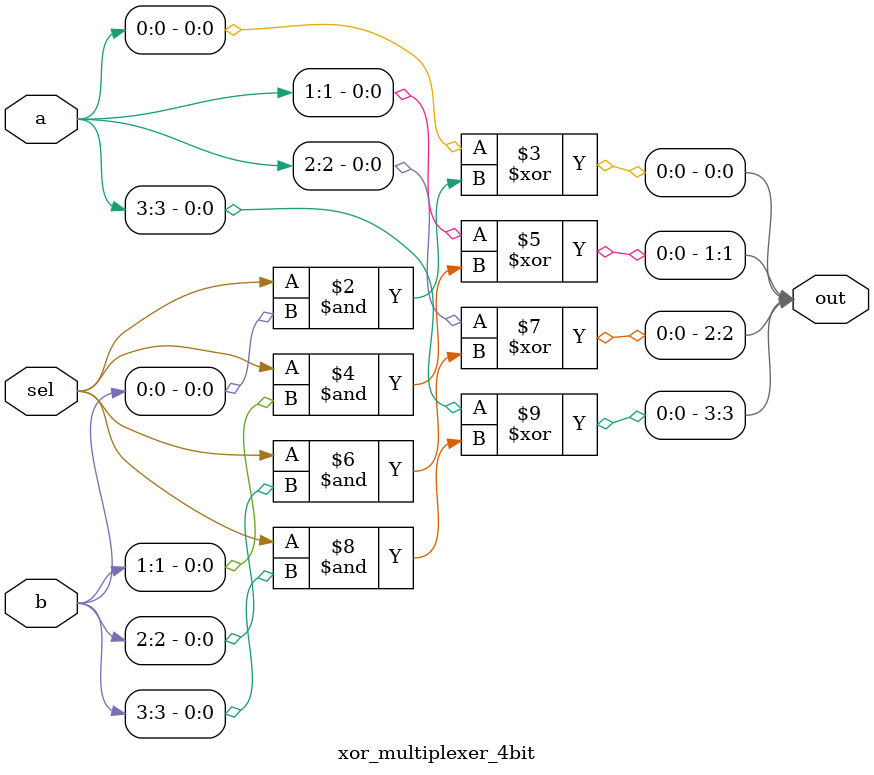
<source format=v>
module xor_multiplexer_4bit (
    input [3:0] a,
    input [3:0] b,
    input sel,
    output reg [3:0] out
);

    always @(*) begin
        out[0] = a[0] ^ (sel & b[0]);
        out[1] = a[1] ^ (sel & b[1]);
        out[2] = a[2] ^ (sel & b[2]);
        out[3] = a[3] ^ (sel & b[3]);
    end

endmodule
</source>
